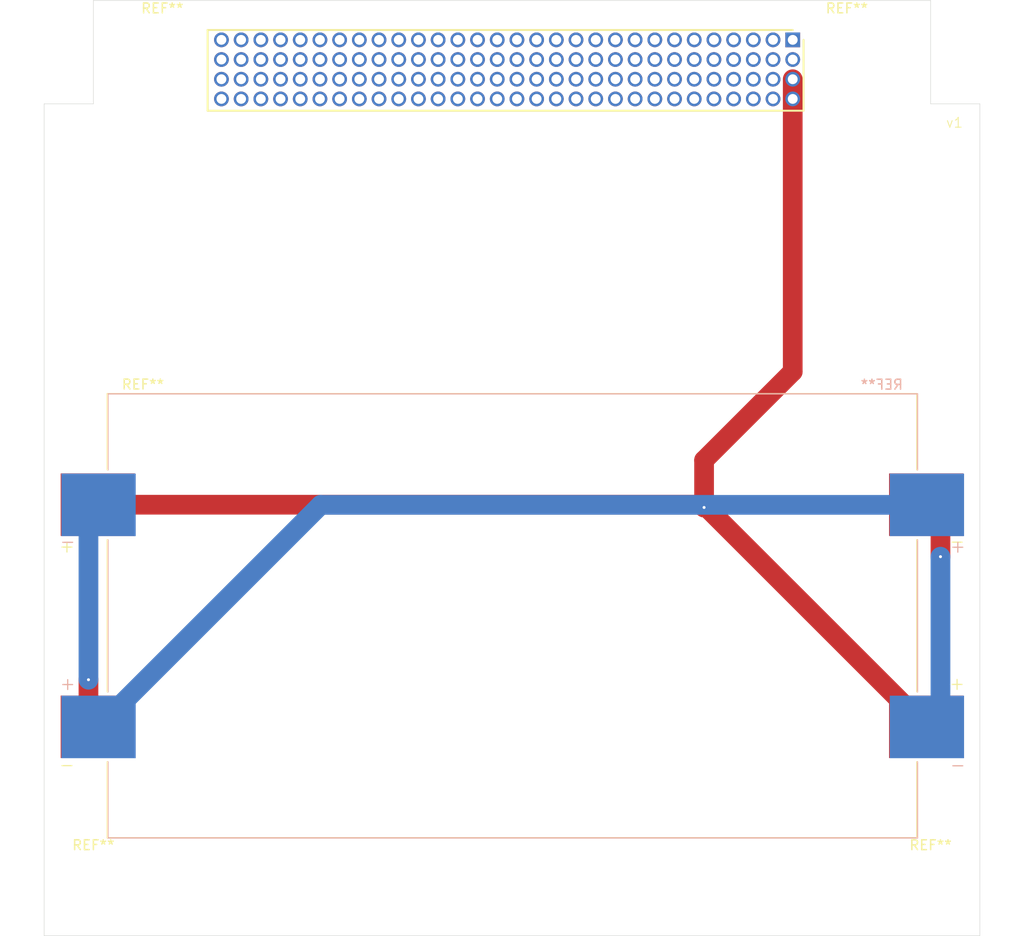
<source format=kicad_pcb>
(kicad_pcb (version 20240108) (generator "pcbnew") (generator_version "8.0")
  (layers (0 "F.Cu" signal) (1 "In1.Cu" signal) (2 "In2.Cu" signal) (31 "B.Cu" signal) (34 "B.Paste" user) (35 "F.Paste" user) (36 "B.SilkS" user "B.Silkscreen") (37 "F.SilkS" user "F.Silkscreen") (38 "B.Mask" user) (39 "F.Mask" user) (44 "Edge.Cuts" user))
  (net 0 "")
  (net 1 "GND")
  (net 2 "VDD")
  (footprint "MountingHole:MountingHole_3.2mm_M3" (layer "F.Cu") (at 265 139.5)
    (property "Reference" "REF**" (at 0 -4.2 0) (layer "F.SilkS"))
    (property "Value" "MountingHole_3.2mm_M3")
    (pad "" np_thru_hole circle (at 0 0) (size 3.2 3.2) (drill 3.2) (layers "*.Mask" "F.Cu" "In1.Cu" "In2.Cu" "B.Cu"))
  )
  (footprint "MountingHole:MountingHole_3.2mm_M3" (layer "F.Cu") (at 187 54.5)
    (property "Reference" "REF**" (at 0 -4.2 0) (layer "F.SilkS"))
    (property "Value" "MountingHole_3.2mm_M3")
    (pad "" np_thru_hole circle (at 0 0) (size 3.2 3.2) (drill 3.2) (layers "*.Mask" "F.Cu" "In1.Cu" "In2.Cu" "B.Cu"))
  )
  (footprint "MountingHole:MountingHole_3.2mm_M3" (layer "F.Cu") (at 180 139.5)
    (property "Reference" "REF**" (at 0 -4.2 0) (layer "F.SilkS"))
    (property "Value" "MountingHole_3.2mm_M3")
    (pad "" np_thru_hole circle (at 0 0) (size 3.2 3.2) (drill 3.2) (layers "*.Mask" "F.Cu" "In1.Cu" "In2.Cu" "B.Cu"))
  )
  (footprint "MountingHole:MountingHole_3.2mm_M3" (layer "F.Cu") (at 256.5 54.5)
    (property "Reference" "REF**" (at 0 -4.2 0) (layer "F.SilkS"))
    (property "Value" "MountingHole_3.2mm_M3")
    (pad "" np_thru_hole circle (at 0 0) (size 3.2 3.2) (drill 3.2) (layers "*.Mask" "F.Cu" "In1.Cu" "In2.Cu" "B.Cu"))
  )
  (footprint "KiCad:RHDR120W55P200_4X30_6020X800X935P" (layer "F.Cu") (at 251 53.5)
    (property "Reference" "J**" (hide yes))
    (property "Value" "RHDR120W55P200_4X30_6020X800X935P" (hide yes))
    (fp_line (start -59.4 -1) (end -59.4 7.2) (stroke (width 0.2)) (layer "F.SilkS"))
    (fp_line (start -59.4 7.2) (end 1.1 7.2) (stroke (width 0.2)) (layer "F.SilkS"))
    (fp_line (start 0 -1) (end -59.4 -1) (stroke (width 0.2)) (layer "F.SilkS"))
    (fp_line (start 1.1 7.2) (end 1.1 0) (stroke (width 0.2)) (layer "F.SilkS"))
    (pad "1" thru_hole rect (at 0 0) (size 1.5 1.5) (drill 1) (layers "*.Cu" "*.Mask") (net 1 "GND"))
    (pad "2" thru_hole circle (at -2 0) (size 1.5 1.5) (drill 1) (layers "*.Cu" "*.Mask") (net 1 "GND"))
    (pad "3" thru_hole circle (at -4 0) (size 1.5 1.5) (drill 1) (layers "*.Cu" "*.Mask"))
    (pad "4" thru_hole circle (at -6 0) (size 1.5 1.5) (drill 1) (layers "*.Cu" "*.Mask"))
    (pad "5" thru_hole circle (at -8 0) (size 1.5 1.5) (drill 1) (layers "*.Cu" "*.Mask"))
    (pad "6" thru_hole circle (at -10 0) (size 1.5 1.5) (drill 1) (layers "*.Cu" "*.Mask"))
    (pad "7" thru_hole circle (at -12 0) (size 1.5 1.5) (drill 1) (layers "*.Cu" "*.Mask"))
    (pad "8" thru_hole circle (at -14 0) (size 1.5 1.5) (drill 1) (layers "*.Cu" "*.Mask"))
    (pad "9" thru_hole circle (at -16 0) (size 1.5 1.5) (drill 1) (layers "*.Cu" "*.Mask"))
    (pad "10" thru_hole circle (at -18 0) (size 1.5 1.5) (drill 1) (layers "*.Cu" "*.Mask"))
    (pad "11" thru_hole circle (at -20 0) (size 1.5 1.5) (drill 1) (layers "*.Cu" "*.Mask"))
    (pad "12" thru_hole circle (at -22 0) (size 1.5 1.5) (drill 1) (layers "*.Cu" "*.Mask"))
    (pad "13" thru_hole circle (at -24 0) (size 1.5 1.5) (drill 1) (layers "*.Cu" "*.Mask"))
    (pad "14" thru_hole circle (at -26 0) (size 1.5 1.5) (drill 1) (layers "*.Cu" "*.Mask"))
    (pad "15" thru_hole circle (at -28 0) (size 1.5 1.5) (drill 1) (layers "*.Cu" "*.Mask"))
    (pad "16" thru_hole circle (at -30 0) (size 1.5 1.5) (drill 1) (layers "*.Cu" "*.Mask"))
    (pad "17" thru_hole circle (at -32 0) (size 1.5 1.5) (drill 1) (layers "*.Cu" "*.Mask"))
    (pad "18" thru_hole circle (at -34 0) (size 1.5 1.5) (drill 1) (layers "*.Cu" "*.Mask"))
    (pad "19" thru_hole circle (at -36 0) (size 1.5 1.5) (drill 1) (layers "*.Cu" "*.Mask"))
    (pad "20" thru_hole circle (at -38 0) (size 1.5 1.5) (drill 1) (layers "*.Cu" "*.Mask"))
    (pad "21" thru_hole circle (at -40 0) (size 1.5 1.5) (drill 1) (layers "*.Cu" "*.Mask"))
    (pad "22" thru_hole circle (at -42 0) (size 1.5 1.5) (drill 1) (layers "*.Cu" "*.Mask"))
    (pad "23" thru_hole circle (at -44 0) (size 1.5 1.5) (drill 1) (layers "*.Cu" "*.Mask"))
    (pad "24" thru_hole circle (at -46 0) (size 1.5 1.5) (drill 1) (layers "*.Cu" "*.Mask"))
    (pad "25" thru_hole circle (at -48 0) (size 1.5 1.5) (drill 1) (layers "*.Cu" "*.Mask"))
    (pad "26" thru_hole circle (at -50 0) (size 1.5 1.5) (drill 1) (layers "*.Cu" "*.Mask"))
    (pad "27" thru_hole circle (at -52 0) (size 1.5 1.5) (drill 1) (layers "*.Cu" "*.Mask"))
    (pad "28" thru_hole circle (at -54 0) (size 1.5 1.5) (drill 1) (layers "*.Cu" "*.Mask"))
    (pad "29" thru_hole circle (at -56 0) (size 1.5 1.5) (drill 1) (layers "*.Cu" "*.Mask"))
    (pad "30" thru_hole circle (at -58 0) (size 1.5 1.5) (drill 1) (layers "*.Cu" "*.Mask") (net 1 "GND"))
    (pad "31" thru_hole circle (at 0 2) (size 1.5 1.5) (drill 1) (layers "*.Cu" "*.Mask") (net 1 "GND"))
    (pad "32" thru_hole circle (at -2 2) (size 1.5 1.5) (drill 1) (layers "*.Cu" "*.Mask"))
    (pad "33" thru_hole circle (at -4 2) (size 1.5 1.5) (drill 1) (layers "*.Cu" "*.Mask"))
    (pad "34" thru_hole circle (at -6 2) (size 1.5 1.5) (drill 1) (layers "*.Cu" "*.Mask"))
    (pad "35" thru_hole circle (at -8 2) (size 1.5 1.5) (drill 1) (layers "*.Cu" "*.Mask"))
    (pad "36" thru_hole circle (at -10 2) (size 1.5 1.5) (drill 1) (layers "*.Cu" "*.Mask"))
    (pad "37" thru_hole circle (at -12 2) (size 1.5 1.5) (drill 1) (layers "*.Cu" "*.Mask"))
    (pad "38" thru_hole circle (at -14 2) (size 1.5 1.5) (drill 1) (layers "*.Cu" "*.Mask"))
    (pad "39" thru_hole circle (at -16 2) (size 1.5 1.5) (drill 1) (layers "*.Cu" "*.Mask"))
    (pad "40" thru_hole circle (at -18 2) (size 1.5 1.5) (drill 1) (layers "*.Cu" "*.Mask"))
    (pad "41" thru_hole circle (at -20 2) (size 1.5 1.5) (drill 1) (layers "*.Cu" "*.Mask"))
    (pad "42" thru_hole circle (at -22 2) (size 1.5 1.5) (drill 1) (layers "*.Cu" "*.Mask"))
    (pad "43" thru_hole circle (at -24 2) (size 1.5 1.5) (drill 1) (layers "*.Cu" "*.Mask"))
    (pad "44" thru_hole circle (at -26 2) (size 1.5 1.5) (drill 1) (layers "*.Cu" "*.Mask"))
    (pad "45" thru_hole circle (at -28 2) (size 1.5 1.5) (drill 1) (layers "*.Cu" "*.Mask"))
    (pad "46" thru_hole circle (at -30 2) (size 1.5 1.5) (drill 1) (layers "*.Cu" "*.Mask"))
    (pad "47" thru_hole circle (at -32 2) (size 1.5 1.5) (drill 1) (layers "*.Cu" "*.Mask"))
    (pad "48" thru_hole circle (at -34 2) (size 1.5 1.5) (drill 1) (layers "*.Cu" "*.Mask"))
    (pad "49" thru_hole circle (at -36 2) (size 1.5 1.5) (drill 1) (layers "*.Cu" "*.Mask"))
    (pad "50" thru_hole circle (at -38 2) (size 1.5 1.5) (drill 1) (layers "*.Cu" "*.Mask"))
    (pad "51" thru_hole circle (at -40 2) (size 1.5 1.5) (drill 1) (layers "*.Cu" "*.Mask"))
    (pad "52" thru_hole circle (at -42 2) (size 1.5 1.5) (drill 1) (layers "*.Cu" "*.Mask"))
    (pad "53" thru_hole circle (at -44 2) (size 1.5 1.5) (drill 1) (layers "*.Cu" "*.Mask"))
    (pad "54" thru_hole circle (at -46 2) (size 1.5 1.5) (drill 1) (layers "*.Cu" "*.Mask"))
    (pad "55" thru_hole circle (at -48 2) (size 1.5 1.5) (drill 1) (layers "*.Cu" "*.Mask"))
    (pad "56" thru_hole circle (at -50 2) (size 1.5 1.5) (drill 1) (layers "*.Cu" "*.Mask"))
    (pad "57" thru_hole circle (at -52 2) (size 1.5 1.5) (drill 1) (layers "*.Cu" "*.Mask"))
    (pad "58" thru_hole circle (at -54 2) (size 1.5 1.5) (drill 1) (layers "*.Cu" "*.Mask"))
    (pad "59" thru_hole circle (at -56 2) (size 1.5 1.5) (drill 1) (layers "*.Cu" "*.Mask"))
    (pad "60" thru_hole circle (at -58 2) (size 1.5 1.5) (drill 1) (layers "*.Cu" "*.Mask"))
    (pad "61" thru_hole circle (at 0 4) (size 1.5 1.5) (drill 1) (layers "*.Cu" "*.Mask") (net 2 "VDD"))
    (pad "62" thru_hole circle (at -2 4) (size 1.5 1.5) (drill 1) (layers "*.Cu" "*.Mask"))
    (pad "63" thru_hole circle (at -4 4) (size 1.5 1.5) (drill 1) (layers "*.Cu" "*.Mask"))
    (pad "64" thru_hole circle (at -6 4) (size 1.5 1.5) (drill 1) (layers "*.Cu" "*.Mask"))
    (pad "65" thru_hole circle (at -8 4) (size 1.5 1.5) (drill 1) (layers "*.Cu" "*.Mask"))
    (pad "66" thru_hole circle (at -10 4) (size 1.5 1.5) (drill 1) (layers "*.Cu" "*.Mask"))
    (pad "67" thru_hole circle (at -12 4) (size 1.5 1.5) (drill 1) (layers "*.Cu" "*.Mask"))
    (pad "68" thru_hole circle (at -14 4) (size 1.5 1.5) (drill 1) (layers "*.Cu" "*.Mask"))
    (pad "69" thru_hole circle (at -16 4) (size 1.5 1.5) (drill 1) (layers "*.Cu" "*.Mask"))
    (pad "70" thru_hole circle (at -18 4) (size 1.5 1.5) (drill 1) (layers "*.Cu" "*.Mask"))
    (pad "71" thru_hole circle (at -20 4) (size 1.5 1.5) (drill 1) (layers "*.Cu" "*.Mask"))
    (pad "72" thru_hole circle (at -22 4) (size 1.5 1.5) (drill 1) (layers "*.Cu" "*.Mask"))
    (pad "73" thru_hole circle (at -24 4) (size 1.5 1.5) (drill 1) (layers "*.Cu" "*.Mask"))
    (pad "74" thru_hole circle (at -26 4) (size 1.5 1.5) (drill 1) (layers "*.Cu" "*.Mask"))
    (pad "75" thru_hole circle (at -28 4) (size 1.5 1.5) (drill 1) (layers "*.Cu" "*.Mask"))
    (pad "76" thru_hole circle (at -30 4) (size 1.5 1.5) (drill 1) (layers "*.Cu" "*.Mask"))
    (pad "77" thru_hole circle (at -32 4) (size 1.5 1.5) (drill 1) (layers "*.Cu" "*.Mask"))
    (pad "78" thru_hole circle (at -34 4) (size 1.5 1.5) (drill 1) (layers "*.Cu" "*.Mask"))
    (pad "79" thru_hole circle (at -36 4) (size 1.5 1.5) (drill 1) (layers "*.Cu" "*.Mask"))
    (pad "80" thru_hole circle (at -38 4) (size 1.5 1.5) (drill 1) (layers "*.Cu" "*.Mask"))
    (pad "81" thru_hole circle (at -40 4) (size 1.5 1.5) (drill 1) (layers "*.Cu" "*.Mask"))
    (pad "82" thru_hole circle (at -42 4) (size 1.5 1.5) (drill 1) (layers "*.Cu" "*.Mask"))
    (pad "83" thru_hole circle (at -44 4) (size 1.5 1.5) (drill 1) (layers "*.Cu" "*.Mask"))
    (pad "84" thru_hole circle (at -46 4) (size 1.5 1.5) (drill 1) (layers "*.Cu" "*.Mask"))
    (pad "85" thru_hole circle (at -48 4) (size 1.5 1.5) (drill 1) (layers "*.Cu" "*.Mask"))
    (pad "86" thru_hole circle (at -50 4) (size 1.5 1.5) (drill 1) (layers "*.Cu" "*.Mask"))
    (pad "87" thru_hole circle (at -52 4) (size 1.5 1.5) (drill 1) (layers "*.Cu" "*.Mask"))
    (pad "88" thru_hole circle (at -54 4) (size 1.5 1.5) (drill 1) (layers "*.Cu" "*.Mask"))
    (pad "89" thru_hole circle (at -56 4) (size 1.5 1.5) (drill 1) (layers "*.Cu" "*.Mask"))
    (pad "90" thru_hole circle (at -58 4) (size 1.5 1.5) (drill 1) (layers "*.Cu" "*.Mask"))
    (pad "91" thru_hole circle (at 0 6) (size 1.5 1.5) (drill 1) (layers "*.Cu" "*.Mask") (net 2 "VDD"))
    (pad "92" thru_hole circle (at -2 6) (size 1.5 1.5) (drill 1) (layers "*.Cu" "*.Mask"))
    (pad "93" thru_hole circle (at -4 6) (size 1.5 1.5) (drill 1) (layers "*.Cu" "*.Mask"))
    (pad "94" thru_hole circle (at -6 6) (size 1.5 1.5) (drill 1) (layers "*.Cu" "*.Mask"))
    (pad "95" thru_hole circle (at -8 6) (size 1.5 1.5) (drill 1) (layers "*.Cu" "*.Mask"))
    (pad "96" thru_hole circle (at -10 6) (size 1.5 1.5) (drill 1) (layers "*.Cu" "*.Mask"))
    (pad "97" thru_hole circle (at -12 6) (size 1.5 1.5) (drill 1) (layers "*.Cu" "*.Mask"))
    (pad "98" thru_hole circle (at -14 6) (size 1.5 1.5) (drill 1) (layers "*.Cu" "*.Mask"))
    (pad "99" thru_hole circle (at -16 6) (size 1.5 1.5) (drill 1) (layers "*.Cu" "*.Mask"))
    (pad "100" thru_hole circle (at -18 6) (size 1.5 1.5) (drill 1) (layers "*.Cu" "*.Mask"))
    (pad "101" thru_hole circle (at -20 6) (size 1.5 1.5) (drill 1) (layers "*.Cu" "*.Mask"))
    (pad "102" thru_hole circle (at -22 6) (size 1.5 1.5) (drill 1) (layers "*.Cu" "*.Mask"))
    (pad "103" thru_hole circle (at -24 6) (size 1.5 1.5) (drill 1) (layers "*.Cu" "*.Mask"))
    (pad "104" thru_hole circle (at -26 6) (size 1.5 1.5) (drill 1) (layers "*.Cu" "*.Mask"))
    (pad "105" thru_hole circle (at -28 6) (size 1.5 1.5) (drill 1) (layers "*.Cu" "*.Mask"))
    (pad "106" thru_hole circle (at -30 6) (size 1.5 1.5) (drill 1) (layers "*.Cu" "*.Mask"))
    (pad "107" thru_hole circle (at -32 6) (size 1.5 1.5) (drill 1) (layers "*.Cu" "*.Mask"))
    (pad "108" thru_hole circle (at -34 6) (size 1.5 1.5) (drill 1) (layers "*.Cu" "*.Mask"))
    (pad "109" thru_hole circle (at -36 6) (size 1.5 1.5) (drill 1) (layers "*.Cu" "*.Mask"))
    (pad "110" thru_hole circle (at -38 6) (size 1.5 1.5) (drill 1) (layers "*.Cu" "*.Mask"))
    (pad "111" thru_hole circle (at -40 6) (size 1.5 1.5) (drill 1) (layers "*.Cu" "*.Mask"))
    (pad "112" thru_hole circle (at -42 6) (size 1.5 1.5) (drill 1) (layers "*.Cu" "*.Mask"))
    (pad "113" thru_hole circle (at -44 6) (size 1.5 1.5) (drill 1) (layers "*.Cu" "*.Mask"))
    (pad "114" thru_hole circle (at -46 6) (size 1.5 1.5) (drill 1) (layers "*.Cu" "*.Mask"))
    (pad "115" thru_hole circle (at -48 6) (size 1.5 1.5) (drill 1) (layers "*.Cu" "*.Mask"))
    (pad "116" thru_hole circle (at -50 6) (size 1.5 1.5) (drill 1) (layers "*.Cu" "*.Mask"))
    (pad "117" thru_hole circle (at -52 6) (size 1.5 1.5) (drill 1) (layers "*.Cu" "*.Mask"))
    (pad "118" thru_hole circle (at -54 6) (size 1.5 1.5) (drill 1) (layers "*.Cu" "*.Mask"))
    (pad "119" thru_hole circle (at -56 6) (size 1.5 1.5) (drill 1) (layers "*.Cu" "*.Mask"))
    (pad "120" thru_hole circle (at -58 6) (size 1.5 1.5) (drill 1) (layers "*.Cu" "*.Mask"))
  )
  (footprint "battery holder:BAT_1124" (layer "F.Cu") (at 222.5 112)
    (property "Reference" "REF**" (at -37.465 -23.495 0) (layer "F.SilkS"))
    (property "Value" "BAT_1124")
    (fp_line (start -45.685 -6.975) (end -44.685 -6.975) (stroke (width 0.127)) (layer "F.SilkS"))
    (fp_line (start -45.685 15.225) (end -44.685 15.225) (stroke (width 0.127)) (layer "F.SilkS"))
    (fp_line (start -45.185 -7.475) (end -45.185 -6.475) (stroke (width 0.127)) (layer "F.SilkS"))
    (fp_line (start -41.0972 -22.555) (end 41.0972 -22.555) (stroke (width 0.127)) (layer "F.SilkS"))
    (fp_line (start -41.0972 -14.825) (end -41.0972 -22.555) (stroke (width 0.127)) (layer "F.SilkS"))
    (fp_line (start -41.0972 7.725) (end -41.0972 -7.725) (stroke (width 0.127)) (layer "F.SilkS"))
    (fp_line (start -41.0972 22.555) (end -41.0972 14.825) (stroke (width 0.127)) (layer "F.SilkS"))
    (fp_line (start 41.0972 -22.555) (end 41.0972 -14.825) (stroke (width 0.127)) (layer "F.SilkS"))
    (fp_line (start 41.0972 -7.725) (end 41.0972 7.725) (stroke (width 0.127)) (layer "F.SilkS"))
    (fp_line (start 41.0972 14.825) (end 41.0972 22.555) (stroke (width 0.127)) (layer "F.SilkS"))
    (fp_line (start 41.0972 22.555) (end -41.0972 22.555) (stroke (width 0.127)) (layer "F.SilkS"))
    (fp_line (start 44.685 -7.475) (end 45.685 -7.475) (stroke (width 0.127)) (layer "F.SilkS"))
    (fp_line (start 44.685 6.975) (end 45.685 6.975) (stroke (width 0.127)) (layer "F.SilkS"))
    (fp_line (start 45.185 6.475) (end 45.185 7.475) (stroke (width 0.127)) (layer "F.SilkS"))
    (pad "" np_thru_hole circle (at -27.925 20.015) (size 3.45 3.45) (drill 3.45) (layers "*.Mask" "F.Cu" "In1.Cu" "In2.Cu" "B.Cu"))
    (pad "" np_thru_hole circle (at 27.925 -20.015) (size 3.45 3.45) (drill 3.45) (layers "*.Mask" "F.Cu" "In1.Cu" "In2.Cu" "B.Cu"))
    (pad "" np_thru_hole circle (at 38.475 20.015) (size 2.39 2.39) (drill 2.39) (layers "*.Mask" "F.Cu" "In1.Cu" "In2.Cu" "B.Cu"))
    (pad "N1" smd rect (at 42.05 -11.28) (size 7.54 6.35) (layers "F.Cu" "F.Paste" "F.Mask") (net 1 "GND"))
    (pad "N2" smd rect (at -42.05 11.28) (size 7.54 6.35) (layers "F.Cu" "F.Paste" "F.Mask") (net 1 "GND"))
    (pad "P1" smd rect (at -42.05 -11.28) (size 7.54 6.35) (layers "F.Cu" "F.Paste" "F.Mask") (net 2 "VDD"))
    (pad "P2" smd rect (at 42.05 11.28) (size 7.54 6.35) (layers "F.Cu" "F.Paste" "F.Mask") (net 2 "VDD"))
  )
  (footprint "battery holder:BAT_1124" (layer "B.Cu") (at 222.575 112.015 180)
    (property "Reference" "REF**" (at -37.465 23.495 180) (layer "B.SilkS") (effects (justify mirror)))
    (property "Value" "BAT_1124")
    (fp_line (start 45.685 7.475) (end 44.685 7.475) (stroke (width 0.127)) (layer "B.SilkS"))
    (fp_line (start 45.685 -6.975) (end 44.685 -6.975) (stroke (width 0.127)) (layer "B.SilkS"))
    (fp_line (start 45.185 -7.475) (end 45.185 -6.475) (stroke (width 0.127)) (layer "B.SilkS"))
    (fp_line (start 41.0972 22.555) (end -41.0972 22.555) (stroke (width 0.127)) (layer "B.SilkS"))
    (fp_line (start 41.0972 14.825) (end 41.0972 22.555) (stroke (width 0.127)) (layer "B.SilkS"))
    (fp_line (start 41.0972 -7.725) (end 41.0972 7.725) (stroke (width 0.127)) (layer "B.SilkS"))
    (fp_line (start 41.0972 -22.555) (end 41.0972 -14.825) (stroke (width 0.127)) (layer "B.SilkS"))
    (fp_line (start -41.0972 22.555) (end -41.0972 14.825) (stroke (width 0.127)) (layer "B.SilkS"))
    (fp_line (start -41.0972 7.725) (end -41.0972 -7.725) (stroke (width 0.127)) (layer "B.SilkS"))
    (fp_line (start -41.0972 -14.825) (end -41.0972 -22.555) (stroke (width 0.127)) (layer "B.SilkS"))
    (fp_line (start -41.0972 -22.555) (end 41.0972 -22.555) (stroke (width 0.127)) (layer "B.SilkS"))
    (fp_line (start -44.685 6.975) (end -45.685 6.975) (stroke (width 0.127)) (layer "B.SilkS"))
    (fp_line (start -44.685 -15.225) (end -45.685 -15.225) (stroke (width 0.127)) (layer "B.SilkS"))
    (fp_line (start -45.185 6.475) (end -45.185 7.475) (stroke (width 0.127)) (layer "B.SilkS"))
    (pad "" np_thru_hole circle (at -27.925 -20.015 180) (size 3.45 3.45) (drill 3.45) (layers "*.Cu" "*.Mask"))
    (pad "" np_thru_hole circle (at 27.925 20.015 180) (size 3.45 3.45) (drill 3.45) (layers "*.Cu" "*.Mask"))
    (pad "" np_thru_hole circle (at 38.475 -20.015 180) (size 2.39 2.39) (drill 2.39) (layers "*.Cu" "*.Mask"))
    (pad "N1" smd rect (at 42.05 11.28 180) (size 7.54 6.35) (layers "B.Cu" "B.Paste" "B.Mask") (net 1 "GND"))
    (pad "N2" smd rect (at -42.05 -11.28 180) (size 7.54 6.35) (layers "B.Cu" "B.Paste" "B.Mask") (net 1 "GND"))
    (pad "P1" smd rect (at -42.05 11.28 180) (size 7.54 6.35) (layers "B.Cu" "B.Paste" "B.Mask") (net 2 "VDD"))
    (pad "P2" smd rect (at 42.05 -11.28 180) (size 7.54 6.35) (layers "B.Cu" "B.Paste" "B.Mask") (net 2 "VDD"))
  )
  (gr_line (start 180 49.5) (end 265 49.5) (stroke (width 0.05)) (layer "Edge.Cuts"))
  (gr_line (start 270 60) (end 270 144.5) (stroke (width 0.05)) (layer "Edge.Cuts"))
  (gr_line (start 265 60) (end 270 60) (stroke (width 0.05)) (layer "Edge.Cuts"))
  (gr_line (start 270 144.5) (end 175 144.5) (stroke (width 0.05)) (layer "Edge.Cuts"))
  (gr_line (start 175 144.5) (end 175 60) (stroke (width 0.05)) (layer "Edge.Cuts"))
  (gr_line (start 180 60) (end 180 49.5) (stroke (width 0.05)) (layer "Edge.Cuts"))
  (gr_line (start 175 60) (end 180 60) (stroke (width 0.05)) (layer "Edge.Cuts"))
  (gr_line (start 265 49.5) (end 265 60) (stroke (width 0.05)) (layer "Edge.Cuts"))
  (gr_text "v1" (at 266.5 62.5 0) (layer "F.SilkS") (effects (font (size 1 1) (thickness 0.1)) (justify left bottom)))
  (segment (start 198.928 59.572) (end 199 59.5) (width 0.2) (layer "F.Cu") (net 0))
  (segment (start 233 59.6) (end 233 59.5) (width 0.2) (layer "F.Cu") (net 0))
  (segment (start 266 102.17) (end 264.55 100.72) (width 0.2) (layer "F.Cu") (net 1))
  (segment (start 179.5 122.33) (end 180.45 123.28) (width 0.2) (layer "F.Cu") (net 1))
  (segment (start 266 106) (end 266 102.17) (width 2) (layer "F.Cu") (net 1))
  (segment (start 179.5 118.5) (end 179.5 122.33) (width 2) (layer "F.Cu") (net 1))
  (via (at 266 106) (size 0.6) (drill 0.3) (layers "F.Cu" "B.Cu") (net 1))
  (via (at 179.5 118.5) (size 0.6) (drill 0.3) (layers "F.Cu" "B.Cu") (net 1))
  (segment (start 266 106) (end 266 121.92) (width 2) (layer "B.Cu") (net 1))
  (segment (start 179.5 101.76) (end 180.525 100.735) (width 2) (layer "B.Cu") (net 1))
  (segment (start 266 121.92) (end 264.625 123.295) (width 2) (layer "B.Cu") (net 1))
  (segment (start 179.5 118.5) (end 179.5 101.76) (width 2) (layer "B.Cu") (net 1))
  (segment (start 241.99 100.72) (end 242 100.73) (width 2) (layer "F.Cu") (net 2))
  (segment (start 242 101) (end 242.27 101) (width 2) (layer "F.Cu") (net 2))
  (segment (start 251 87.202715) (end 251 57.5) (width 2) (layer "F.Cu") (net 2))
  (segment (start 180.45 100.72) (end 241.99 100.72) (width 2) (layer "F.Cu") (net 2))
  (segment (start 242 100.73) (end 242 101) (width 2) (layer "F.Cu") (net 2))
  (segment (start 242 101) (end 242 96.202715) (width 2) (layer "F.Cu") (net 2))
  (segment (start 242 96.202715) (end 251 87.202715) (width 2) (layer "F.Cu") (net 2))
  (segment (start 251 57.5) (end 251 59.5) (width 0.2) (layer "F.Cu") (net 2))
  (segment (start 242.27 101) (end 264.55 123.28) (width 2) (layer "F.Cu") (net 2))
  (via (at 242 101) (size 0.6) (drill 0.3) (layers "F.Cu" "B.Cu") (net 2))
  (segment (start 264.625 100.735) (end 203.085 100.735) (width 2) (layer "B.Cu") (net 2))
  (segment (start 203.085 100.735) (end 180.525 123.295) (width 2) (layer "B.Cu") (net 2))
)
</source>
